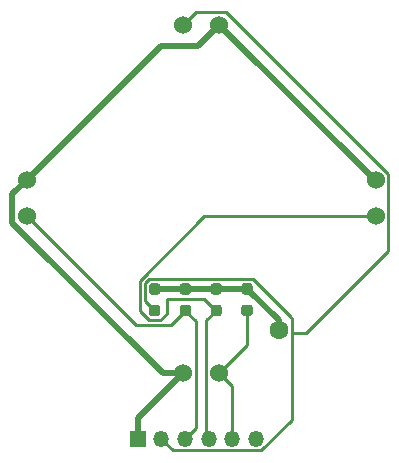
<source format=gbr>
%TF.GenerationSoftware,KiCad,Pcbnew,(5.1.10)-1*%
%TF.CreationDate,2021-07-29T21:44:00-04:00*%
%TF.ProjectId,Test,54657374-2e6b-4696-9361-645f70636258,v01*%
%TF.SameCoordinates,Original*%
%TF.FileFunction,Copper,L1,Top*%
%TF.FilePolarity,Positive*%
%FSLAX46Y46*%
G04 Gerber Fmt 4.6, Leading zero omitted, Abs format (unit mm)*
G04 Created by KiCad (PCBNEW (5.1.10)-1) date 2021-07-29 21:44:00*
%MOMM*%
%LPD*%
G01*
G04 APERTURE LIST*
%TA.AperFunction,ComponentPad*%
%ADD10C,1.524000*%
%TD*%
%TA.AperFunction,ComponentPad*%
%ADD11R,1.350000X1.350000*%
%TD*%
%TA.AperFunction,ComponentPad*%
%ADD12O,1.350000X1.350000*%
%TD*%
%TA.AperFunction,ViaPad*%
%ADD13C,1.600000*%
%TD*%
%TA.AperFunction,Conductor*%
%ADD14C,0.500000*%
%TD*%
%TA.AperFunction,Conductor*%
%ADD15C,0.250000*%
%TD*%
G04 APERTURE END LIST*
D10*
%TO.P,R8,1*%
%TO.N,Net-(J1-Pad1)*%
X152021540Y-91089480D03*
%TO.P,R8,2*%
%TO.N,Net-(J1-Pad2)*%
X148973540Y-91089480D03*
%TD*%
%TO.P,R6,2*%
%TO.N,Net-(J1-Pad4)*%
X165272720Y-107309920D03*
%TO.P,R6,1*%
%TO.N,Net-(J1-Pad1)*%
X165272720Y-104261920D03*
%TD*%
%TO.P,R5,2*%
%TO.N,Net-(J1-Pad5)*%
X152019000Y-120543320D03*
%TO.P,R5,1*%
%TO.N,Net-(J1-Pad1)*%
X148971000Y-120543320D03*
%TD*%
%TO.P,R7,1*%
%TO.N,Net-(J1-Pad1)*%
X135745220Y-104208580D03*
%TO.P,R7,2*%
%TO.N,Net-(J1-Pad3)*%
X135745220Y-107256580D03*
%TD*%
D11*
%TO.P,J1,1*%
%TO.N,Net-(J1-Pad1)*%
X145134580Y-126121160D03*
D12*
%TO.P,J1,2*%
%TO.N,Net-(J1-Pad2)*%
X147134580Y-126121160D03*
%TO.P,J1,3*%
%TO.N,Net-(J1-Pad3)*%
X149134580Y-126121160D03*
%TO.P,J1,4*%
%TO.N,Net-(J1-Pad4)*%
X151134580Y-126121160D03*
%TO.P,J1,5*%
%TO.N,Net-(J1-Pad5)*%
X153134580Y-126121160D03*
%TO.P,J1,6*%
%TO.N,Net-(J1-Pad6)*%
X155134580Y-126121160D03*
%TD*%
%TO.P,R1,1*%
%TO.N,Net-(J1-Pad2)*%
%TA.AperFunction,SMDPad,CuDef*%
G36*
G01*
X146805660Y-115758420D02*
X146330660Y-115758420D01*
G75*
G02*
X146093160Y-115520920I0J237500D01*
G01*
X146093160Y-115020920D01*
G75*
G02*
X146330660Y-114783420I237500J0D01*
G01*
X146805660Y-114783420D01*
G75*
G02*
X147043160Y-115020920I0J-237500D01*
G01*
X147043160Y-115520920D01*
G75*
G02*
X146805660Y-115758420I-237500J0D01*
G01*
G37*
%TD.AperFunction*%
%TO.P,R1,2*%
%TO.N,Net-(J1-Pad6)*%
%TA.AperFunction,SMDPad,CuDef*%
G36*
G01*
X146805660Y-113933420D02*
X146330660Y-113933420D01*
G75*
G02*
X146093160Y-113695920I0J237500D01*
G01*
X146093160Y-113195920D01*
G75*
G02*
X146330660Y-112958420I237500J0D01*
G01*
X146805660Y-112958420D01*
G75*
G02*
X147043160Y-113195920I0J-237500D01*
G01*
X147043160Y-113695920D01*
G75*
G02*
X146805660Y-113933420I-237500J0D01*
G01*
G37*
%TD.AperFunction*%
%TD*%
%TO.P,R2,2*%
%TO.N,Net-(J1-Pad6)*%
%TA.AperFunction,SMDPad,CuDef*%
G36*
G01*
X149411700Y-113943580D02*
X148936700Y-113943580D01*
G75*
G02*
X148699200Y-113706080I0J237500D01*
G01*
X148699200Y-113206080D01*
G75*
G02*
X148936700Y-112968580I237500J0D01*
G01*
X149411700Y-112968580D01*
G75*
G02*
X149649200Y-113206080I0J-237500D01*
G01*
X149649200Y-113706080D01*
G75*
G02*
X149411700Y-113943580I-237500J0D01*
G01*
G37*
%TD.AperFunction*%
%TO.P,R2,1*%
%TO.N,Net-(J1-Pad3)*%
%TA.AperFunction,SMDPad,CuDef*%
G36*
G01*
X149411700Y-115768580D02*
X148936700Y-115768580D01*
G75*
G02*
X148699200Y-115531080I0J237500D01*
G01*
X148699200Y-115031080D01*
G75*
G02*
X148936700Y-114793580I237500J0D01*
G01*
X149411700Y-114793580D01*
G75*
G02*
X149649200Y-115031080I0J-237500D01*
G01*
X149649200Y-115531080D01*
G75*
G02*
X149411700Y-115768580I-237500J0D01*
G01*
G37*
%TD.AperFunction*%
%TD*%
%TO.P,R3,1*%
%TO.N,Net-(J1-Pad4)*%
%TA.AperFunction,SMDPad,CuDef*%
G36*
G01*
X152012660Y-115758420D02*
X151537660Y-115758420D01*
G75*
G02*
X151300160Y-115520920I0J237500D01*
G01*
X151300160Y-115020920D01*
G75*
G02*
X151537660Y-114783420I237500J0D01*
G01*
X152012660Y-114783420D01*
G75*
G02*
X152250160Y-115020920I0J-237500D01*
G01*
X152250160Y-115520920D01*
G75*
G02*
X152012660Y-115758420I-237500J0D01*
G01*
G37*
%TD.AperFunction*%
%TO.P,R3,2*%
%TO.N,Net-(J1-Pad6)*%
%TA.AperFunction,SMDPad,CuDef*%
G36*
G01*
X152012660Y-113933420D02*
X151537660Y-113933420D01*
G75*
G02*
X151300160Y-113695920I0J237500D01*
G01*
X151300160Y-113195920D01*
G75*
G02*
X151537660Y-112958420I237500J0D01*
G01*
X152012660Y-112958420D01*
G75*
G02*
X152250160Y-113195920I0J-237500D01*
G01*
X152250160Y-113695920D01*
G75*
G02*
X152012660Y-113933420I-237500J0D01*
G01*
G37*
%TD.AperFunction*%
%TD*%
%TO.P,R4,2*%
%TO.N,Net-(J1-Pad6)*%
%TA.AperFunction,SMDPad,CuDef*%
G36*
G01*
X154628860Y-113918180D02*
X154153860Y-113918180D01*
G75*
G02*
X153916360Y-113680680I0J237500D01*
G01*
X153916360Y-113180680D01*
G75*
G02*
X154153860Y-112943180I237500J0D01*
G01*
X154628860Y-112943180D01*
G75*
G02*
X154866360Y-113180680I0J-237500D01*
G01*
X154866360Y-113680680D01*
G75*
G02*
X154628860Y-113918180I-237500J0D01*
G01*
G37*
%TD.AperFunction*%
%TO.P,R4,1*%
%TO.N,Net-(J1-Pad5)*%
%TA.AperFunction,SMDPad,CuDef*%
G36*
G01*
X154628860Y-115743180D02*
X154153860Y-115743180D01*
G75*
G02*
X153916360Y-115505680I0J237500D01*
G01*
X153916360Y-115005680D01*
G75*
G02*
X154153860Y-114768180I237500J0D01*
G01*
X154628860Y-114768180D01*
G75*
G02*
X154866360Y-115005680I0J-237500D01*
G01*
X154866360Y-115505680D01*
G75*
G02*
X154628860Y-115743180I-237500J0D01*
G01*
G37*
%TD.AperFunction*%
%TD*%
D13*
%TO.N,Net-(J1-Pad6)*%
X157065980Y-116918740D03*
%TD*%
D14*
%TO.N,Net-(J1-Pad1)*%
X145134580Y-124379740D02*
X148971000Y-120543320D01*
X145134580Y-126121160D02*
X145134580Y-124379740D01*
X134533219Y-105420581D02*
X135745220Y-104208580D01*
X134533219Y-107838341D02*
X134533219Y-105420581D01*
X147238198Y-120543320D02*
X134533219Y-107838341D01*
X148971000Y-120543320D02*
X147238198Y-120543320D01*
X135745220Y-104208580D02*
X147076160Y-92877640D01*
X150233380Y-92877640D02*
X152021540Y-91089480D01*
X147076160Y-92877640D02*
X150233380Y-92877640D01*
X152100280Y-91089480D02*
X152021540Y-91089480D01*
X165193980Y-104261920D02*
X165272720Y-104261920D01*
X152021540Y-91089480D02*
X165193980Y-104261920D01*
D15*
%TO.N,Net-(J1-Pad2)*%
X145768150Y-114470910D02*
X146568160Y-115270920D01*
X146112900Y-112618170D02*
X145768150Y-112962920D01*
X145768150Y-112962920D02*
X145768150Y-114470910D01*
X154861860Y-112618170D02*
X146112900Y-112618170D01*
X155614581Y-127121161D02*
X158190981Y-124544761D01*
X158104045Y-115860355D02*
X154861860Y-112618170D01*
X158190981Y-115947291D02*
X158104045Y-115860355D01*
X158190981Y-124544761D02*
X158190981Y-117200461D01*
X158190981Y-117200461D02*
X158190981Y-115947291D01*
X152622041Y-90002479D02*
X166359721Y-103740159D01*
X150060541Y-90002479D02*
X152622041Y-90002479D01*
X148973540Y-91089480D02*
X150060541Y-90002479D01*
X147134580Y-126121160D02*
X148134581Y-127121161D01*
X148134581Y-127121161D02*
X155614581Y-127121161D01*
X166359721Y-103740159D02*
X166359721Y-110190399D01*
X159349659Y-117200461D02*
X158190981Y-117200461D01*
X166359721Y-110190399D02*
X159349659Y-117200461D01*
%TO.N,Net-(J1-Pad3)*%
X150058001Y-116164881D02*
X149174200Y-115281080D01*
X150058001Y-125197739D02*
X150058001Y-116164881D01*
X149134580Y-126121160D02*
X150058001Y-125197739D01*
X145022079Y-116533439D02*
X135745220Y-107256580D01*
X147921841Y-116533439D02*
X145022079Y-116533439D01*
X149174200Y-115281080D02*
X147921841Y-116533439D01*
%TO.N,Net-(J1-Pad4)*%
X150931999Y-116114081D02*
X151775160Y-115270920D01*
X150931999Y-125918579D02*
X150931999Y-116114081D01*
X151134580Y-126121160D02*
X150931999Y-125918579D01*
X145318141Y-112776519D02*
X150784740Y-107309920D01*
X145318140Y-115303910D02*
X145318141Y-112776519D01*
X146097660Y-116083430D02*
X145318140Y-115303910D01*
X147038660Y-116083430D02*
X146097660Y-116083430D01*
X147595250Y-115526840D02*
X147038660Y-116083430D01*
X147595250Y-114268590D02*
X147595250Y-115526840D01*
X150784740Y-107309920D02*
X165272720Y-107309920D01*
X150772830Y-114268590D02*
X147595250Y-114268590D01*
X151775160Y-115270920D02*
X150772830Y-114268590D01*
%TO.N,Net-(J1-Pad5)*%
X153134580Y-121658900D02*
X152019000Y-120543320D01*
X153134580Y-126121160D02*
X153134580Y-121658900D01*
X154391360Y-118170960D02*
X152019000Y-120543320D01*
X154391360Y-115255680D02*
X154391360Y-118170960D01*
D14*
%TO.N,Net-(J1-Pad6)*%
X149164040Y-113445920D02*
X149174200Y-113456080D01*
X146568160Y-113445920D02*
X149164040Y-113445920D01*
X151765000Y-113456080D02*
X151775160Y-113445920D01*
X149174200Y-113456080D02*
X151765000Y-113456080D01*
X154376120Y-113445920D02*
X154391360Y-113430680D01*
X151775160Y-113445920D02*
X154376120Y-113445920D01*
X157065980Y-116105300D02*
X157065980Y-116918740D01*
X154391360Y-113430680D02*
X157065980Y-116105300D01*
%TD*%
M02*

</source>
